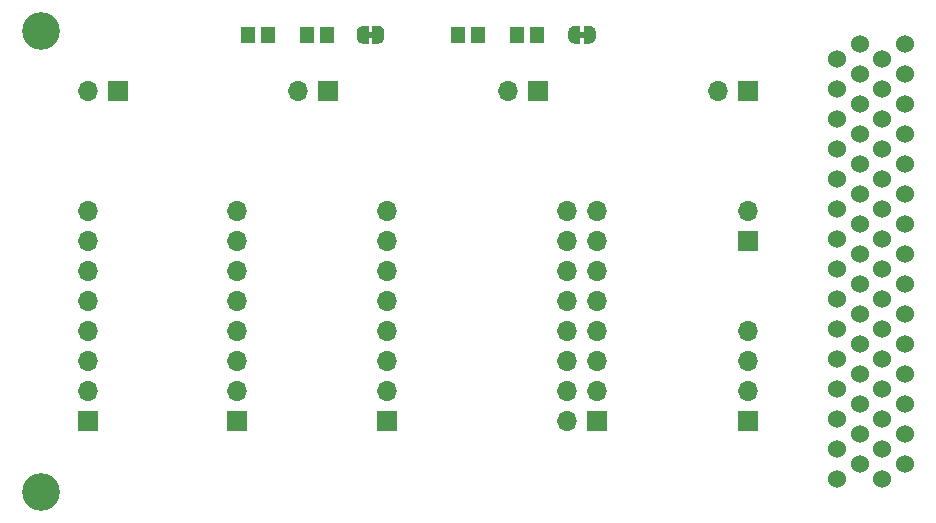
<source format=gts>
G04 #@! TF.GenerationSoftware,KiCad,Pcbnew,5.0.0-rc2-unknown-5c65881~65~ubuntu17.10.1*
G04 #@! TF.CreationDate,2018-06-23T17:31:34+02:00*
G04 #@! TF.ProjectId,breakout-board,627265616B6F75742D626F6172642E6B,rev?*
G04 #@! TF.SameCoordinates,Original*
G04 #@! TF.FileFunction,Soldermask,Top*
G04 #@! TF.FilePolarity,Negative*
%FSLAX46Y46*%
G04 Gerber Fmt 4.6, Leading zero omitted, Abs format (unit mm)*
G04 Created by KiCad (PCBNEW 5.0.0-rc2-unknown-5c65881~65~ubuntu17.10.1) date Sat Jun 23 17:31:34 2018*
%MOMM*%
%LPD*%
G01*
G04 APERTURE LIST*
%ADD10C,3.200000*%
%ADD11R,1.150000X1.400000*%
%ADD12O,1.700000X1.700000*%
%ADD13R,1.700000X1.700000*%
%ADD14R,0.500000X1.500000*%
%ADD15C,0.100000*%
%ADD16C,1.000000*%
%ADD17R,0.500000X0.600000*%
%ADD18C,1.524000*%
G04 APERTURE END LIST*
D10*
G04 #@! TO.C,REF1*
X57000000Y-127000000D03*
G04 #@! TD*
G04 #@! TO.C,REF2*
X57000000Y-166000000D03*
G04 #@! TD*
D11*
G04 #@! TO.C,D1*
X81200000Y-127310000D03*
X79500000Y-127310000D03*
G04 #@! TD*
G04 #@! TO.C,D2*
X98980000Y-127310000D03*
X97280000Y-127310000D03*
G04 #@! TD*
D12*
G04 #@! TO.C,J1*
X116840000Y-152400000D03*
X116840000Y-154940000D03*
X116840000Y-157480000D03*
D13*
X116840000Y-160020000D03*
G04 #@! TD*
G04 #@! TO.C,J2*
X60960000Y-160020000D03*
D12*
X60960000Y-157480000D03*
X60960000Y-154940000D03*
X60960000Y-152400000D03*
X60960000Y-149860000D03*
X60960000Y-147320000D03*
X60960000Y-144780000D03*
X60960000Y-142240000D03*
G04 #@! TD*
G04 #@! TO.C,J3*
X73580000Y-142240000D03*
X73580000Y-144780000D03*
X73580000Y-147320000D03*
X73580000Y-149860000D03*
X73580000Y-152400000D03*
X73580000Y-154940000D03*
X73580000Y-157480000D03*
D13*
X73580000Y-160020000D03*
G04 #@! TD*
G04 #@! TO.C,J4*
X116840000Y-144780000D03*
D12*
X116840000Y-142240000D03*
G04 #@! TD*
D13*
G04 #@! TO.C,J5*
X104060000Y-160020000D03*
D12*
X101520000Y-160020000D03*
X104060000Y-157480000D03*
X101520000Y-157480000D03*
X104060000Y-154940000D03*
X101520000Y-154940000D03*
X104060000Y-152400000D03*
X101520000Y-152400000D03*
X104060000Y-149860000D03*
X101520000Y-149860000D03*
X104060000Y-147320000D03*
X101520000Y-147320000D03*
X104060000Y-144780000D03*
X101520000Y-144780000D03*
X104060000Y-142240000D03*
X101520000Y-142240000D03*
G04 #@! TD*
D13*
G04 #@! TO.C,J6*
X86280000Y-160020000D03*
D12*
X86280000Y-157480000D03*
X86280000Y-154940000D03*
X86280000Y-152400000D03*
X86280000Y-149860000D03*
X86280000Y-147320000D03*
X86280000Y-144780000D03*
X86280000Y-142240000D03*
G04 #@! TD*
D13*
G04 #@! TO.C,J7*
X116840000Y-132080000D03*
D12*
X114300000Y-132080000D03*
G04 #@! TD*
G04 #@! TO.C,J8*
X78740000Y-132080000D03*
D13*
X81280000Y-132080000D03*
G04 #@! TD*
D12*
G04 #@! TO.C,J9*
X96520000Y-132080000D03*
D13*
X99060000Y-132080000D03*
G04 #@! TD*
G04 #@! TO.C,J10*
X63500000Y-132080000D03*
D12*
X60960000Y-132080000D03*
G04 #@! TD*
D14*
G04 #@! TO.C,JP1*
X84490000Y-127310000D03*
X85290000Y-127310000D03*
D15*
G36*
X85589010Y-126562408D02*
X85637546Y-126569607D01*
X85685143Y-126581530D01*
X85731343Y-126598060D01*
X85775699Y-126619039D01*
X85817786Y-126644265D01*
X85857198Y-126673495D01*
X85893554Y-126706447D01*
X85926506Y-126742803D01*
X85955736Y-126782215D01*
X85980962Y-126824302D01*
X86001941Y-126868658D01*
X86018471Y-126914858D01*
X86030394Y-126962455D01*
X86037593Y-127010991D01*
X86040001Y-127060000D01*
X86040001Y-127560000D01*
X86037593Y-127609009D01*
X86030394Y-127657545D01*
X86018471Y-127705142D01*
X86001941Y-127751342D01*
X85980962Y-127795698D01*
X85955736Y-127837785D01*
X85926506Y-127877197D01*
X85893554Y-127913553D01*
X85857198Y-127946505D01*
X85817786Y-127975735D01*
X85775699Y-128000961D01*
X85731343Y-128021940D01*
X85685143Y-128038470D01*
X85637546Y-128050393D01*
X85589010Y-128057592D01*
X85540001Y-128060000D01*
X85539999Y-128060000D01*
X85490990Y-128057592D01*
X85442454Y-128050393D01*
X85394857Y-128038470D01*
X85348657Y-128021940D01*
X85304301Y-128000961D01*
X85262214Y-127975735D01*
X85222802Y-127946505D01*
X85186446Y-127913553D01*
X85153494Y-127877197D01*
X85124264Y-127837785D01*
X85099038Y-127795698D01*
X85078059Y-127751342D01*
X85061529Y-127705142D01*
X85049606Y-127657545D01*
X85042407Y-127609009D01*
X85039999Y-127560000D01*
X85039999Y-127060000D01*
X85042407Y-127010991D01*
X85049606Y-126962455D01*
X85061529Y-126914858D01*
X85078059Y-126868658D01*
X85099038Y-126824302D01*
X85124264Y-126782215D01*
X85153494Y-126742803D01*
X85186446Y-126706447D01*
X85222802Y-126673495D01*
X85262214Y-126644265D01*
X85304301Y-126619039D01*
X85348657Y-126598060D01*
X85394857Y-126581530D01*
X85442454Y-126569607D01*
X85490990Y-126562408D01*
X85539999Y-126560000D01*
X85540001Y-126560000D01*
X85589010Y-126562408D01*
X85589010Y-126562408D01*
G37*
D16*
X85540000Y-127310000D03*
D15*
G36*
X84289010Y-126562408D02*
X84337546Y-126569607D01*
X84385143Y-126581530D01*
X84431343Y-126598060D01*
X84475699Y-126619039D01*
X84517786Y-126644265D01*
X84557198Y-126673495D01*
X84593554Y-126706447D01*
X84626506Y-126742803D01*
X84655736Y-126782215D01*
X84680962Y-126824302D01*
X84701941Y-126868658D01*
X84718471Y-126914858D01*
X84730394Y-126962455D01*
X84737593Y-127010991D01*
X84740001Y-127060000D01*
X84740001Y-127560000D01*
X84737593Y-127609009D01*
X84730394Y-127657545D01*
X84718471Y-127705142D01*
X84701941Y-127751342D01*
X84680962Y-127795698D01*
X84655736Y-127837785D01*
X84626506Y-127877197D01*
X84593554Y-127913553D01*
X84557198Y-127946505D01*
X84517786Y-127975735D01*
X84475699Y-128000961D01*
X84431343Y-128021940D01*
X84385143Y-128038470D01*
X84337546Y-128050393D01*
X84289010Y-128057592D01*
X84240001Y-128060000D01*
X84239999Y-128060000D01*
X84190990Y-128057592D01*
X84142454Y-128050393D01*
X84094857Y-128038470D01*
X84048657Y-128021940D01*
X84004301Y-128000961D01*
X83962214Y-127975735D01*
X83922802Y-127946505D01*
X83886446Y-127913553D01*
X83853494Y-127877197D01*
X83824264Y-127837785D01*
X83799038Y-127795698D01*
X83778059Y-127751342D01*
X83761529Y-127705142D01*
X83749606Y-127657545D01*
X83742407Y-127609009D01*
X83739999Y-127560000D01*
X83739999Y-127060000D01*
X83742407Y-127010991D01*
X83749606Y-126962455D01*
X83761529Y-126914858D01*
X83778059Y-126868658D01*
X83799038Y-126824302D01*
X83824264Y-126782215D01*
X83853494Y-126742803D01*
X83886446Y-126706447D01*
X83922802Y-126673495D01*
X83962214Y-126644265D01*
X84004301Y-126619039D01*
X84048657Y-126598060D01*
X84094857Y-126581530D01*
X84142454Y-126569607D01*
X84190990Y-126562408D01*
X84239999Y-126560000D01*
X84240001Y-126560000D01*
X84289010Y-126562408D01*
X84289010Y-126562408D01*
G37*
D16*
X84240000Y-127310000D03*
D17*
X84890000Y-127310000D03*
G04 #@! TD*
G04 #@! TO.C,JP2*
X102790000Y-127310000D03*
D15*
G36*
X102189010Y-126562408D02*
X102237546Y-126569607D01*
X102285143Y-126581530D01*
X102331343Y-126598060D01*
X102375699Y-126619039D01*
X102417786Y-126644265D01*
X102457198Y-126673495D01*
X102493554Y-126706447D01*
X102526506Y-126742803D01*
X102555736Y-126782215D01*
X102580962Y-126824302D01*
X102601941Y-126868658D01*
X102618471Y-126914858D01*
X102630394Y-126962455D01*
X102637593Y-127010991D01*
X102640001Y-127060000D01*
X102640001Y-127560000D01*
X102637593Y-127609009D01*
X102630394Y-127657545D01*
X102618471Y-127705142D01*
X102601941Y-127751342D01*
X102580962Y-127795698D01*
X102555736Y-127837785D01*
X102526506Y-127877197D01*
X102493554Y-127913553D01*
X102457198Y-127946505D01*
X102417786Y-127975735D01*
X102375699Y-128000961D01*
X102331343Y-128021940D01*
X102285143Y-128038470D01*
X102237546Y-128050393D01*
X102189010Y-128057592D01*
X102140001Y-128060000D01*
X102139999Y-128060000D01*
X102090990Y-128057592D01*
X102042454Y-128050393D01*
X101994857Y-128038470D01*
X101948657Y-128021940D01*
X101904301Y-128000961D01*
X101862214Y-127975735D01*
X101822802Y-127946505D01*
X101786446Y-127913553D01*
X101753494Y-127877197D01*
X101724264Y-127837785D01*
X101699038Y-127795698D01*
X101678059Y-127751342D01*
X101661529Y-127705142D01*
X101649606Y-127657545D01*
X101642407Y-127609009D01*
X101639999Y-127560000D01*
X101639999Y-127060000D01*
X101642407Y-127010991D01*
X101649606Y-126962455D01*
X101661529Y-126914858D01*
X101678059Y-126868658D01*
X101699038Y-126824302D01*
X101724264Y-126782215D01*
X101753494Y-126742803D01*
X101786446Y-126706447D01*
X101822802Y-126673495D01*
X101862214Y-126644265D01*
X101904301Y-126619039D01*
X101948657Y-126598060D01*
X101994857Y-126581530D01*
X102042454Y-126569607D01*
X102090990Y-126562408D01*
X102139999Y-126560000D01*
X102140001Y-126560000D01*
X102189010Y-126562408D01*
X102189010Y-126562408D01*
G37*
D16*
X102140000Y-127310000D03*
D15*
G36*
X103489010Y-126562408D02*
X103537546Y-126569607D01*
X103585143Y-126581530D01*
X103631343Y-126598060D01*
X103675699Y-126619039D01*
X103717786Y-126644265D01*
X103757198Y-126673495D01*
X103793554Y-126706447D01*
X103826506Y-126742803D01*
X103855736Y-126782215D01*
X103880962Y-126824302D01*
X103901941Y-126868658D01*
X103918471Y-126914858D01*
X103930394Y-126962455D01*
X103937593Y-127010991D01*
X103940001Y-127060000D01*
X103940001Y-127560000D01*
X103937593Y-127609009D01*
X103930394Y-127657545D01*
X103918471Y-127705142D01*
X103901941Y-127751342D01*
X103880962Y-127795698D01*
X103855736Y-127837785D01*
X103826506Y-127877197D01*
X103793554Y-127913553D01*
X103757198Y-127946505D01*
X103717786Y-127975735D01*
X103675699Y-128000961D01*
X103631343Y-128021940D01*
X103585143Y-128038470D01*
X103537546Y-128050393D01*
X103489010Y-128057592D01*
X103440001Y-128060000D01*
X103439999Y-128060000D01*
X103390990Y-128057592D01*
X103342454Y-128050393D01*
X103294857Y-128038470D01*
X103248657Y-128021940D01*
X103204301Y-128000961D01*
X103162214Y-127975735D01*
X103122802Y-127946505D01*
X103086446Y-127913553D01*
X103053494Y-127877197D01*
X103024264Y-127837785D01*
X102999038Y-127795698D01*
X102978059Y-127751342D01*
X102961529Y-127705142D01*
X102949606Y-127657545D01*
X102942407Y-127609009D01*
X102939999Y-127560000D01*
X102939999Y-127060000D01*
X102942407Y-127010991D01*
X102949606Y-126962455D01*
X102961529Y-126914858D01*
X102978059Y-126868658D01*
X102999038Y-126824302D01*
X103024264Y-126782215D01*
X103053494Y-126742803D01*
X103086446Y-126706447D01*
X103122802Y-126673495D01*
X103162214Y-126644265D01*
X103204301Y-126619039D01*
X103248657Y-126598060D01*
X103294857Y-126581530D01*
X103342454Y-126569607D01*
X103390990Y-126562408D01*
X103439999Y-126560000D01*
X103440001Y-126560000D01*
X103489010Y-126562408D01*
X103489010Y-126562408D01*
G37*
D16*
X103440000Y-127310000D03*
D14*
X103190000Y-127310000D03*
X102390000Y-127310000D03*
G04 #@! TD*
D18*
G04 #@! TO.C,P1*
X124385000Y-164930000D03*
X126290000Y-163660000D03*
X124385000Y-162390000D03*
X126290000Y-161120000D03*
X124385000Y-159850000D03*
X126290000Y-158580000D03*
X124385000Y-157310000D03*
X126290000Y-156040000D03*
X124385000Y-154770000D03*
X126290000Y-153500000D03*
X124385000Y-152230000D03*
X126290000Y-150960000D03*
X124385000Y-149690000D03*
X126290000Y-148420000D03*
X124385000Y-147150000D03*
X126290000Y-145880000D03*
X124385000Y-144610000D03*
X126290000Y-143340000D03*
X124385000Y-142070000D03*
X126290000Y-140800000D03*
X124385000Y-139530000D03*
X126290000Y-138260000D03*
X124385000Y-136990000D03*
X126290000Y-135720000D03*
X124385000Y-134450000D03*
X126290000Y-133180000D03*
X124385000Y-131910000D03*
X126290000Y-130640000D03*
X124385000Y-129370000D03*
X126290000Y-128100000D03*
X128195000Y-164930000D03*
X130100000Y-163660000D03*
X128195000Y-162390000D03*
X130100000Y-161120000D03*
X128195000Y-159850000D03*
X130100000Y-158580000D03*
X128195000Y-157310000D03*
X130100000Y-156040000D03*
X128195000Y-154770000D03*
X130100000Y-153500000D03*
X128195000Y-152230000D03*
X130100000Y-150960000D03*
X128195000Y-149690000D03*
X130100000Y-148420000D03*
X128195000Y-147150000D03*
X130100000Y-145880000D03*
X128195000Y-144610000D03*
X130100000Y-143340000D03*
X128195000Y-142070000D03*
X130100000Y-140800000D03*
X128195000Y-139530000D03*
X130100000Y-138260000D03*
X128195000Y-136990000D03*
X130100000Y-135720000D03*
X128195000Y-134450000D03*
X130100000Y-133180000D03*
X128195000Y-131910000D03*
X130100000Y-130640000D03*
X128195000Y-129370000D03*
X130100000Y-128100000D03*
G04 #@! TD*
D11*
G04 #@! TO.C,R1*
X74500000Y-127310000D03*
X76200000Y-127310000D03*
G04 #@! TD*
G04 #@! TO.C,R2*
X93980000Y-127310000D03*
X92280000Y-127310000D03*
G04 #@! TD*
M02*

</source>
